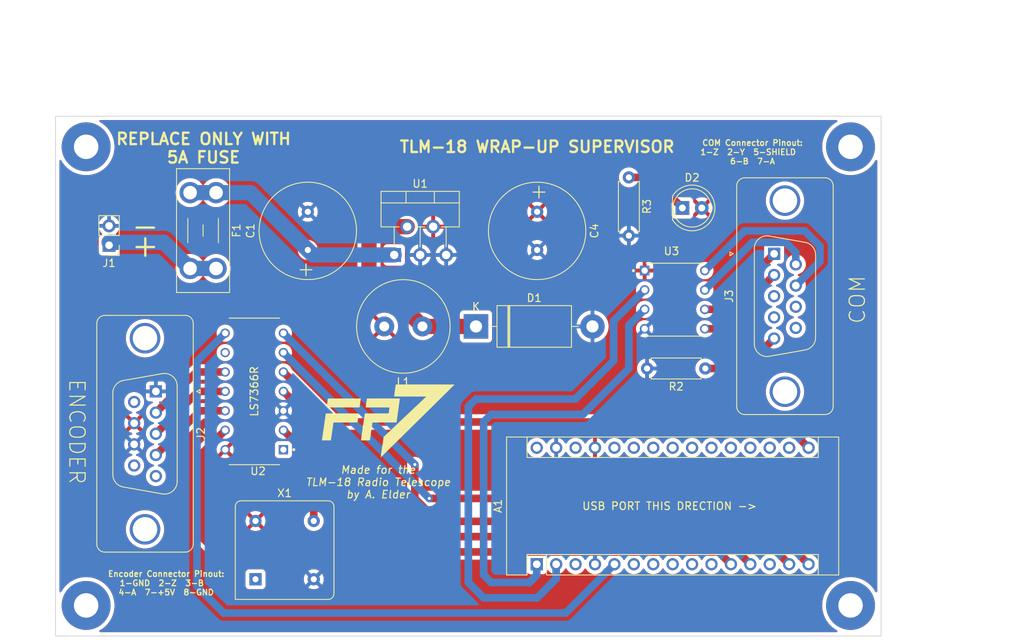
<source format=kicad_pcb>
(kicad_pcb (version 20211014) (generator pcbnew)
  (title_block (title "TLM-18 Wrap-Up Supervisor") (date "2022-06-18") (rev "A") (company "Freeport7.space"))
  (layers (0 "F.Cu" signal) (31 "B.Cu" signal) (34 "B.Paste" user) (35 "F.Paste" user) (36 "B.SilkS" user "B.Silkscreen") (37 "F.SilkS" user "F.Silkscreen") (38 "B.Mask" user) (39 "F.Mask" user) (44 "Edge.Cuts" user))
  (net 0 "")
  (net 1 "/TX")
  (net 2 "/RX")
  (net 4 "GND")
  (net 5 "/LFLAG")
  (net 11 "/CNT_EN")
  (net 12 "SS")
  (net 14 "MOSI")
  (net 15 "MISO")
  (net 16 "SCK")
  (net 27 "+5V")
  (net 30 "+VDC")
  (net 31 "Net-(F1-Pad2)")
  (net 32 "Net-(J3-Pad5)")
  (net 33 "Net-(D1-Pad1)")
  (net 34 "Net-(D2-Pad1)")
  (net 36 "/ENC_Z")
  (net 37 "/ENC_A")
  (net 40 "/ENC_B")
  (net 42 "/Z")
  (net 43 "/Y")
  (net 46 "Net-(U2-Pad2)")
  (net 47 "/B")
  (net 48 "/A")
  (footprint "TLM-18-Footprints:DIP762W45P254L1917H533Q14" (layer "F.Cu") (at 105 107 180)
    (fp_text reference "U2" (at -0.49 -10.435) (layer "F.SilkS"))
    (fp_text value "LS7366R" (at 0 0 90) (layer "F.SilkS"))
    (fp_line (start -3.3 9.5875) (end 3.3 9.5875) (layer "F.SilkS") (width 0.127))
    (fp_line (start -3.3 -9.5875) (end 3.3 -9.5875) (layer "F.SilkS") (width 0.127))
    (fp_circle (center -5.165 -7.62) (end -5.065 -7.62) (layer "F.SilkS") (width 0.2) (fill none))
    (pad "1" thru_hole rect locked (at -3.81 -7.62 180) (size 1.22 1.22) (drill 0.81) (layers *.Cu *.Mask))
    (pad "2" thru_hole circle locked (at -3.81 -5.08 180) (size 1.22 1.22) (drill 0.81) (layers *.Cu *.Mask) (net 46 "Net-(U2-Pad2)"))
    (pad "3" thru_hole circle locked (at -3.81 -2.54 180) (size 1.22 1.22) (drill 0.81) (layers *.Cu *.Mask) (net 4 "GND"))
    (pad "4" thru_hole circle locked (at -3.81 0 180) (size 1.22 1.22) (drill 0.81) (layers *.Cu *.Mask) (net 12 "SS"))
    (pad "5" thru_hole circle locked (at -3.81 2.54 180) (size 1.22 1.22) (drill 0.81) (layers *.Cu *.Mask) (net 16 "SCK"))
    (pad "6" thru_hole circle locked (at -3.81 5.08 180) (size 1.22 1.22) (drill 0.81) (layers *.Cu *.Mask) (net 15 "MISO"))
    (pad "7" thru_hole circle locked (at -3.81 7.62 180) (size 1.22 1.22) (drill 0.81) (layers *.Cu *.Mask) (net 14 "MOSI"))
    (pad "8" thru_hole circle locked (at 3.81 7.62 180) (size 1.22 1.22) (drill 0.81) (layers *.Cu *.Mask) (net 5 "/LFLAG"))
    (pad "9" thru_hole circle locked (at 3.81 5.08 180) (size 1.22 1.22) (drill 0.81) (layers *.Cu *.Mask))
    (pad "10" thru_hole circle locked (at 3.81 2.54 180) (size 1.22 1.22) (drill 0.81) (layers *.Cu *.Mask) (net 36 "/ENC_Z"))
    (pad "11" thru_hole circle locked (at 3.81 0 180) (size 1.22 1.22) (drill 0.81) (layers *.Cu *.Mask) (net 40 "/ENC_B"))
    (pad "12" thru_hole circle locked (at 3.81 -2.54 180) (size 1.22 1.22) (drill 0.81) (layers *.Cu *.Mask) (net 37 "/ENC_A"))
    (pad "13" thru_hole circle locked (at 3.81 -5.08 180) (size 1.22 1.22) (drill 0.81) (layers *.Cu *.Mask) (net 11 "/CNT_EN"))
    (pad "14" thru_hole circle locked (at 3.81 -7.62 180) (size 1.22 1.22) (drill 0.81) (layers *.Cu *.Mask) (net 27 "+5V"))
  )
  (footprint "Capacitor_THT:C_Radial_D12.5mm_H20.0mm_P5.00mm" (layer "F.Cu") (at 142 83.5 -90)
    (fp_text reference "C4" (at 2.5 -7.5 90) (layer "F.SilkS"))
    (fp_text value "680uF")
    (fp_circle (center 2.5 0) (end 8.87 0) (layer "F.SilkS") (width 0.12) (fill none))
    (pad "1" thru_hole circle (at 0 0 270) (size 1.6 1.6) (drill 0.8) (layers *.Cu *.Mask) (net 27 "+5V"))
    (pad "2" thru_hole circle (at 5 0 270) (size 1.6 1.6) (drill 0.8) (layers *.Cu *.Mask) (net 4 "GND"))
  )
  (footprint "Package_TO_SOT_THT:TO-220-5_P3.4x3.7mm_StaggerOdd_Lead3.8mm_Vertical" (layer "F.Cu") (at 123.3 89.15)
    (fp_text reference "U1" (at 3.4 -9.32) (layer "F.SilkS"))
    (fp_text value "LM2596T-5")
    (fp_line (start 5.25 -8.32) (end 5.25 -6.811) (layer "F.SilkS") (width 0.12))
    (fp_line (start -1.721 -8.32) (end 8.52 -8.32) (layer "F.SilkS") (width 0.12))
    (fp_line (start 3.4 -3.679) (end 3.4 -1.065) (layer "F.SilkS") (width 0.12))
    (fp_line (start 6.165 -3.679) (end 8.52 -3.679) (layer "F.SilkS") (width 0.12))
    (fp_line (start 6.8 -3.679) (end 6.8 -1.065) (layer "F.SilkS") (width 0.12))
    (fp_line (start -1.721 -8.32) (end -1.721 -3.679) (layer "F.SilkS") (width 0.12))
    (fp_line (start 0 -3.679) (end 0 -1.049) (layer "F.SilkS") (width 0.12))
    (fp_line (start -1.721 -6.811) (end 8.52 -6.811) (layer "F.SilkS") (width 0.12))
    (fp_line (start -1.721 -3.679) (end 0.635 -3.679) (layer "F.SilkS") (width 0.12))
    (fp_line (start 2.765 -3.679) (end 4.035 -3.679) (layer "F.SilkS") (width 0.12))
    (fp_line (start 1.55 -8.32) (end 1.55 -6.811) (layer "F.SilkS") (width 0.12))
    (fp_line (start 8.52 -8.32) (end 8.52 -3.679) (layer "F.SilkS") (width 0.12))
    (pad "1" thru_hole rect (at 0 0) (size 1.8 1.8) (drill 1.1) (layers *.Cu *.Mask) (net 30 "+VDC"))
    (pad "2" thru_hole oval (at 1.7 -3.7) (size 1.8 1.8) (drill 1.1) (layers *.Cu *.Mask) (net 33 "Net-(D1-Pad1)"))
    (pad "3" thru_hole oval (at 3.4 0) (size 1.8 1.8) (drill 1.1) (layers *.Cu *.Mask) (net 4 "GND"))
    (pad "4" thru_hole oval (at 5.1 -3.7) (size 1.8 1.8) (drill 1.1) (layers *.Cu *.Mask) (net 27 "+5V"))
    (pad "5" thru_hole oval (at 6.8 0) (size 1.8 1.8) (drill 1.1) (layers *.Cu *.Mask) (net 4 "GND"))
  )
  (footprint "Diode_THT:D_DO-201AD_P15.24mm_Horizontal" (layer "F.Cu") (at 134 98.5)
    (fp_text reference "D1" (at 7.62 -3.72) (layer "F.SilkS"))
    (fp_text value "31DQ05")
    (fp_text user "K" (at 0 -2.6) (layer "F.SilkS"))
    (fp_line (start 4.295 -2.72) (end 4.295 2.72) (layer "F.SilkS") (width 0.12))
    (fp_line (start 12.49 2.72) (end 12.49 -2.72) (layer "F.SilkS") (width 0.12))
    (fp_line (start 13.4 0) (end 12.49 0) (layer "F.SilkS") (width 0.12))
    (fp_line (start 1.84 0) (end 2.75 0) (layer "F.SilkS") (width 0.12))
    (fp_line (start 4.175 -2.72) (end 4.175 2.72) (layer "F.SilkS") (width 0.12))
    (fp_line (start 12.49 -2.72) (end 2.75 -2.72) (layer "F.SilkS") (width 0.12))
    (fp_line (start 4.415 -2.72) (end 4.415 2.72) (layer "F.SilkS") (width 0.12))
    (fp_line (start 2.75 2.72) (end 12.49 2.72) (layer "F.SilkS") (width 0.12))
    (fp_line (start 2.75 -2.72) (end 2.75 2.72) (layer "F.SilkS") (width 0.12))
    (pad "1" thru_hole rect (at 0 0) (size 3.2 3.2) (drill 1.6) (layers *.Cu *.Mask) (net 33 "Net-(D1-Pad1)"))
    (pad "2" thru_hole oval (at 15.24 0) (size 3.2 3.2) (drill 1.6) (layers *.Cu *.Mask) (net 4 "GND"))
  )
  (footprint "LOGO" (layer "F.Cu") (at 122.428 110.744)
    (fp_text reference "G***" hide)
    (fp_text value "LOGO" hide)
    (fp_poly (pts (xy -4.286971 -2.821488) (xy -4.133447 -2.821389) (xy -3.993889 -2.821239) (xy -3.869423 -2.821041) (xy -3.761175 -2.820794) (xy -3.670272 -2.820501) (xy -3.59784 -2.820161) (xy -3.545006 -2.819776) (xy -3.512896 -2.819347) (xy -3.502649 -2.818924) (xy -3.500969 -2.807217) (xy -3.50281 -2.774532) (xy -3.508202 -2.720621) (xy -3.517175 -2.645234) (xy -3.529759 -2.548122) (xy -3.545984 -2.429037) (xy -3.56588 -2.287729) (xy -3.573713 -2.233003) (xy -3.589861 -2.120595) (xy -3.604994 -2.015237) (xy -3.618808 -1.919057) (xy -3.630997 -1.834183) (xy -3.641256 -1.762741) (xy -3.649279 -1.706861) (xy -3.65476 -1.668669) (xy -3.657394 -1.650292) (xy -3.657586 -1.648942) (xy -3.668871 -1.64865) (xy -3.701903 -1.648367) (xy -3.755568 -1.648093) (xy -3.828751 -1.64783) (xy -3.920337 -1.64758) (xy -4.029211 -1.647343) (xy -4.15426 -1.647123) (xy -4.294367 -1.64692) (xy -4.448418 -1.646735) (xy -4.615299 -1.64657) (xy -4.793894 -1.646427) (xy -4.983089 -1.646306) (xy -5.18177 -1.646211) (xy -5.38882 -1.646141) (xy -5.603126 -1.646098) (xy -5.813437 -1.646085) (xy -7.968908 -1.646085) (xy -7.961656 -1.694667) (xy -7.958592 -1.715687) (xy -7.952654 -1.756868) (xy -7.944197 -1.815739) (xy -7.933574 -1.889827) (xy -7.921141 -1.976662) (xy -7.907251 -2.07377) (xy -7.892258 -2.178681) (xy -7.877718 -2.280513) (xy -7.80103 -2.817777) (xy -5.658053 -2.820709) (xy -5.43831 -2.820985) (xy -5.224648 -2.821205) (xy -5.018193 -2.821369) (xy -4.820071 -2.821478) (xy -4.631409 -2.821534) (xy -4.453334 -2.821537)) (layer "F.SilkS") (width 0) (fill solid))
    (fp_poly (pts (xy -0.273102 -2.823465) (xy -0.025267 -2.823381) (xy 0.201346 -2.823234) (xy 0.407556 -2.823018) (xy 0.594184 -2.822728) (xy 0.76205 -2.82236) (xy 0.911973 -2.821906) (xy 1.044773 -2.821363) (xy 1.161271 -2.820724) (xy 1.262286 -2.819984) (xy 1.348638 -2.819137) (xy 1.421148 -2.818179) (xy 1.480634 -2.817104) (xy 1.527918 -2.815905) (xy 1.563819 -2.814579) (xy 1.589156 -2.813119) (xy 1.604751 -2.81152) (xy 1.611422 -2.809776) (xy 1.611807 -2.809203) (xy 1.61027 -2.796115) (xy 1.605802 -2.761977) (xy 1.598624 -2.708384) (xy 1.588956 -2.636928) (xy 1.577019 -2.549205) (xy 1.563032 -2.446808) (xy 1.547217 -2.331333) (xy 1.529793 -2.204371) (xy 1.510982 -2.067519) (xy 1.491004 -1.92237) (xy 1.470078 -1.770518) (xy 1.448426 -1.613557) (xy 1.426268 -1.453081) (xy 1.403825 -1.290685) (xy 1.381316 -1.127962) (xy 1.358963 -0.966507) (xy 1.336985 -0.807914) (xy 1.315604 -0.653777) (xy 1.295039 -0.50569) (xy 1.275511 -0.365247) (xy 1.257241 -0.234042) (xy 1.240449 -0.11367) (xy 1.225356 -0.005724) (xy 1.212181 0.088201) (xy 1.201145 0.166512) (xy 1.192469 0.227613) (xy 1.186374 0.269912) (xy 1.183079 0.291814) (xy 1.182631 0.294352) (xy 1.176972 0.320072) (xy -0.394592 0.320072) (xy -0.598657 0.320145) (xy -0.792751 0.32036) (xy -0.975811 0.320709) (xy -1.146777 0.321186) (xy -1.304585 0.321784) (xy -1.448174 0.322495) (xy -1.576482 0.323314) (xy -1.688446 0.324233) (xy -1.783005 0.325245) (xy -1.859096 0.326344) (xy -1.915657 0.327522) (xy -1.951626 0.328772) (xy -1.965941 0.330089) (xy -1.966157 0.330275) (xy -1.967753 0.342773) (xy -1.972397 0.37638) (xy -1.979872 0.429576) (xy -1.989962 0.500842) (xy -2.002448 0.588657) (xy -2.017115 0.691503) (xy -2.033745 0.807859) (xy -2.052122 0.936207) (xy -2.072028 1.075027) (xy -2.093248 1.2228) (xy -2.115563 1.378005) (xy -2.131908 1.491568) (xy -2.154869 1.651122) (xy -2.176887 1.804322) (xy -2.197746 1.94965) (xy -2.217229 2.085583) (xy -2.235118 2.210604) (xy -2.251198 2.323192) (xy -2.265251 2.421827) (xy -2.27706 2.504989) (xy -2.286408 2.571159) (xy -2.293079 2.618816) (xy -2.296855 2.646441) (xy -2.29766 2.653057) (xy -2.308816 2.655263) (xy -2.341186 2.657268) (xy -2.393122 2.659043) (xy -2.462975 2.66056) (xy -2.549098 2.661789) (xy -2.649843 2.6627) (xy -2.763562 2.663266) (xy -2.886364 2.663456) (xy -3.021402 2.66336) (xy -3.135197 2.663045) (xy -3.229365 2.662469) (xy -3.305525 2.661592) (xy -3.365294 2.660372) (xy -3.41029 2.658769) (xy -3.44213 2.656742) (xy -3.462433 2.654249) (xy -3.472815 2.65125) (xy -3.475068 2.648545) (xy -3.473479 2.635981) (xy -3.468854 2.602288) (xy -3.461409 2.548963) (xy -3.451357 2.477507) (xy -3.438913 2.389418) (xy -3.424291 2.286198) (xy -3.407705 2.169344) (xy -3.389371 2.040357) (xy -3.369502 1.900736) (xy -3.348313 1.751981) (xy -3.326018 1.595592) (xy -3.302831 1.433067) (xy -3.278968 1.265907) (xy -3.254641 1.09561) (xy -3.230067 0.923677) (xy -3.205458 0.751607) (xy -3.18103 0.5809) (xy -3.156997 0.413055) (xy -3.133574 0.249571) (xy -3.110974 0.091949) (xy -3.089412 -0.058313) (xy -3.069102 -0.199714) (xy -3.050259 -0.330756) (xy -3.033098 -0.449938) (xy -3.017832 -0.555761) (xy -3.004676 -0.646726) (xy -2.993845 -0.721332) (xy -2.985552 -0.778081) (xy -2.980012 -0.815473) (xy -2.97751 -0.831616) (xy -2.971062 -0.868767) (xy 0.147204 -0.868767) (xy 0.154283 -0.917349) (xy 0.15773 -0.941) (xy 0.163987 -0.983923) (xy 0.172565 -1.042769) (xy 0.182976 -1.114186) (xy 0.194732 -1.194825) (xy 0.207343 -1.281335) (xy 0.210123 -1.300404) (xy 0.222259 -1.385083) (xy 0.232919 -1.462255) (xy 0.24174 -1.529074) (xy 0.248364 -1.582696) (xy 0.252428 -1.620276) (xy 0.253571 -1.638968) (xy 0.253279 -1.64048) (xy 0.241385 -1.641153) (xy 0.207947 -1.641803) (xy 0.154287 -1.642426) (xy 0.081722 -1.643015) (xy -0.008427 -1.643568) (xy -0.114841 -1.644078) (xy -0.236201 -1.644541) (xy -0.371186 -1.644953) (xy -0.518479 -1.645309) (xy -0.676759 -1.645603) (xy -0.844706 -1.645832) (xy -1.021002 -1.64599) (xy -1.204327 -1.646073) (xy -1.305056 -1.646085) (xy -1.524776 -1.646094) (xy -1.722763 -1.646131) (xy -1.900146 -1.646213) (xy -2.058055 -1.646352) (xy -2.197619 -1.646565) (xy -2.319967 -1.646867) (xy -2.426229 -1.647272) (xy -2.517535 -1.647796) (xy -2.595012 -1.648453) (xy -2.659791 -1.649259) (xy -2.713001 -1.650229) (xy -2.755771 -1.651377) (xy -2.789231 -1.652719) (xy -2.81451 -1.65427) (xy -2.832738 -1.656044) (xy -2.845042 -1.658058) (xy -2.852554 -1.660324) (xy -2.856402 -1.66286) (xy -2.857716 -1.66568) (xy -2.857786 -1.666737) (xy -2.856205 -1.681864) (xy -2.851669 -1.717356) (xy -2.844491 -1.770951) (xy -2.834984 -1.840385) (xy -2.82346 -1.923395) (xy -2.810231 -2.01772) (xy -2.79561 -2.121097) (xy -2.779909 -2.231262) (xy -2.777768 -2.24622) (xy -2.761982 -2.356647) (xy -2.747229 -2.460198) (xy -2.73382 -2.55467) (xy -2.722064 -2.63786) (xy -2.712273 -2.707565) (xy -2.704756 -2.761581) (xy -2.699824 -2.797706) (xy -2.697787 -2.813735) (xy -2.69775 -2.814271) (xy -2.686505 -2.815213) (xy -2.653512 -2.816129) (xy -2.599886 -2.817013) (xy -2.526742 -2.817861) (xy -2.435194 -2.818669) (xy -2.326358 -2.819431) (xy -2.201347 -2.820142) (xy -2.061277 -2.820798) (xy -1.907262 -2.821395) (xy -1.740417 -2.821927) (xy -1.561857 -2.822389) (xy -1.372696 -2.822777) (xy -1.174048 -2.823086) (xy -0.96703 -2.823312) (xy -0.752755 -2.823449) (xy -0.54298 -2.823492)) (layer "F.SilkS") (width 0) (fill solid))
    (fp_poly (pts (xy -5.655162 -0.868761) (xy -5.416253 -0.868736) (xy -5.198288 -0.868684) (xy -5.000309 -0.868594) (xy -4.821357 -0.868459) (xy -4.660473 -0.868268) (xy -4.5167 -0.868013) (xy -4.389077 -0.867685) (xy -4.276646 -0.867273) (xy -4.178448 -0.86677) (xy -4.093525 -0.866165) (xy -4.020917 -0.86545) (xy -3.959666 -0.864615) (xy -3.908814 -0.863652) (xy -3.867401 -0.86255) (xy -3.834468 -0.861302) (xy -3.809058 -0.859897) (xy -3.79021 -0.858326) (xy -3.776966 -0.856581) (xy -3.768368 -0.854652) (xy -3.763457 -0.85253) (xy -3.761274 -0.850206) (xy -3.760846 -0.848114) (xy -3.762432 -0.832305) (xy -3.766935 -0.796731) (xy -3.773976 -0.744044) (xy -3.783174 -0.676896) (xy -3.79415 -0.597936) (xy -3.806524 -0.509818) (xy -3.819916 -0.415191) (xy -3.833945 -0.316707) (xy -3.848233 -0.217018) (xy -3.862398 -0.118774) (xy -3.876061 -0.024626) (xy -3.888842 0.062773) (xy -3.900361 0.140773) (xy -3.910239 0.206723) (xy -3.918094 0.257971) (xy -3.923547 0.291866) (xy -3.926213 0.305743) (xy -3.931283 0.307834) (xy -3.945483 0.309743) (xy -3.969763 0.311481) (xy -4.005073 0.313057) (xy -4.052364 0.314481) (xy -4.112585 0.315765) (xy -4.186686 0.316918) (xy -4.275618 0.31795) (xy -4.380329 0.318873) (xy -4.501771 0.319697) (xy -4.640893 0.320431) (xy -4.798646 0.321087) (xy -4.975978 0.321674) (xy -5.173841 0.322202) (xy -5.393184 0.322683) (xy -5.500318 0.322889) (xy -7.069071 0.325788) (xy -7.237524 1.491764) (xy -7.260702 1.652176) (xy -7.282951 1.806115) (xy -7.304052 1.952084) (xy -7.323791 2.088587) (xy -7.341949 2.214127) (xy -7.358312 2.327207) (xy -7.372661 2.426329) (xy -7.38478 2.509997) (xy -7.394454 2.576715) (xy -7.401464 2.624984) (xy -7.405594 2.653308) (xy -7.406679 2.660599) (xy -7.417893 2.66115) (xy -7.449835 2.661666) (xy -7.500368 2.662137) (xy -7.567359 2.662552) (xy -7.648672 2.662902) (xy -7.742172 2.663175) (xy -7.845725 2.663361) (xy -7.957194 2.66345) (xy -7.996603 2.663456) (xy -8.585825 2.663456) (xy -8.579271 2.626305) (xy -8.576925 2.610904) (xy -8.571523 2.574137) (xy -8.563249 2.517272) (xy -8.552284 2.441574) (xy -8.538812 2.348311) (xy -8.523013 2.238748) (xy -8.50507 2.114153) (xy -8.485166 1.975792) (xy -8.463482 1.82493) (xy -8.440202 1.662836) (xy -8.415507 1.490776) (xy -8.389579 1.310015) (xy -8.362602 1.121821) (xy -8.334756 0.92746) (xy -8.327169 0.874483) (xy -8.299171 0.679116) (xy -8.272005 0.489843) (xy -8.245853 0.30791) (xy -8.220894 0.134559) (xy -8.197309 -0.028963) (xy -8.175279 -0.181413) (xy -8.154984 -0.321545) (xy -8.136605 -0.448117) (xy -8.120323 -0.559882) (xy -8.106317 -0.655597) (xy -8.094768 -0.734017) (xy -8.085858 -0.793897) (xy -8.079766 -0.833993) (xy -8.076673 -0.853061) (xy -8.076363 -0.854478) (xy -8.071598 -0.856269) (xy -8.058128 -0.857914) (xy -8.035135 -0.859418) (xy -8.001798 -0.860787) (xy -7.957296 -0.862026) (xy -7.90081 -0.86314) (xy -7.83152 -0.864135) (xy -7.748606 -0.865016) (xy -7.651247 -0.865789) (xy -7.538624 -0.866459) (xy -7.409916 -0.867031) (xy -7.264304 -0.867512) (xy -7.100967 -0.867905) (xy -6.919085 -0.868218) (xy -6.717839 -0.868455) (xy -6.496407 -0.868621) (xy -6.253971 -0.868723) (xy -5.98971 -0.868765) (xy -5.915976 -0.868767)) (layer "F.SilkS") (width 0) (fill solid))
    (fp_poly (pts (xy 5.071356 -4.652287) (xy 5.327647 -4.652244) (xy 5.582361 -4.652165) (xy 5.834483 -4.652049) (xy 6.082993 -4.651898) (xy 6.326877 -4.651709) (xy 6.565114 -4.651485) (xy 6.79669 -4.651224) (xy 7.020586 -4.650927) (xy 7.235784 -4.650594) (xy 7.441268 -4.650225) (xy 7.636021 -4.649819) (xy 7.819024 -4.649377) (xy 7.989261 -4.6489) (xy 8.145715 -4.648386) (xy 8.287367 -4.647835) (xy 8.413201 -4.647249) (xy 8.5222 -4.646627) (xy 8.613345 -4.645969) (xy 8.685621 -4.645275) (xy 8.738008 -4.644544) (xy 8.769491 -4.643778) (xy 8.779118 -4.643038) (xy 8.771064 -4.634681) (xy 8.747257 -4.610801) (xy 8.708228 -4.571924) (xy 8.654508 -4.518572) (xy 8.58663 -4.451271) (xy 8.505124 -4.370545) (xy 8.410523 -4.276917) (xy 8.303356 -4.170912) (xy 8.184157 -4.053055) (xy 8.053455 -3.923869) (xy 7.911784 -3.783879) (xy 7.759674 -3.633608) (xy 7.597656 -3.473582) (xy 7.426263 -3.304325) (xy 7.246025 -3.12636) (xy 7.057474 -2.940211) (xy 6.861142 -2.746404) (xy 6.65756 -2.545462) (xy 6.447259 -2.33791) (xy 6.230771 -2.124271) (xy 6.008627 -1.90507) (xy 5.781359 -1.680831) (xy 5.549499 -1.452079) (xy 5.313576 -1.219337) (xy 5.074125 -0.983131) (xy 4.831674 -0.743983) (xy 4.586757 -0.502418) (xy 4.339904 -0.258962) (xy 4.091647 -0.014136) (xy 3.842518 0.231533) (xy 3.593047 0.477522) (xy 3.343767 0.723307) (xy 3.095208 0.968363) (xy 2.847903 1.212166) (xy 2.602382 1.454192) (xy 2.359177 1.693917) (xy 2.11882 1.930817) (xy 1.881842 2.164366) (xy 1.648775 2.394042) (xy 1.420149 2.619319) (xy 1.196497 2.839674) (xy 0.97835 3.054583) (xy 0.766238 3.26352) (xy 0.560695 3.465963) (xy 0.362251 3.661386) (xy 0.171437 3.849266) (xy -0.011214 4.029078) (xy -0.185172 4.200298) (xy -0.349905 4.362402) (xy -0.504881 4.514865) (xy -0.579241 4.588003) (xy -0.649927 4.657136) (xy -0.71531 4.720341) (xy -0.773669 4.77601) (xy -0.823286 4.822536) (xy -0.86244 4.858312) (xy -0.889412 4.881732) (xy -0.902482 4.891189) (xy -0.903453 4.890928) (xy -0.90186 4.877822) (xy -0.897116 4.843517) (xy -0.889427 4.789428) (xy -0.879001 4.716969) (xy -0.866043 4.627556) (xy -0.850761 4.522604) (xy -0.83336 4.403528) (xy -0.814049 4.271744) (xy -0.793033 4.128665) (xy -0.770519 3.975707) (xy -0.746713 3.814286) (xy -0.721823 3.645815) (xy -0.706266 3.540668) (xy -0.508686 2.205954) (xy 5.068602 -3.069262) (xy 2.962969 -3.07215) (xy 2.705494 -3.072507) (xy 2.469909 -3.072847) (xy 2.255242 -3.073182) (xy 2.060521 -3.073524) (xy 1.884773 -3.073885) (xy 1.727025 -3.074276) (xy 1.586307 -3.074708) (xy 1.461645 -3.075194) (xy 1.352067 -3.075744) (xy 1.2566 -3.07637) (xy 1.174274 -3.077085) (xy 1.104115 -3.077899) (xy 1.045151 -3.078825) (xy 0.996409 -3.079873) (xy 0.956919 -3.081055) (xy 0.925706 -3.082384) (xy 0.9018 -3.08387) (xy 0.884227 -3.085525) (xy 0.872016 -3.087361) (xy 0.864195 -3.089389) (xy 0.85979 -3.091621) (xy 0.85783 -3.094069) (xy 0.857342 -3.096744) (xy 0.857335 -3.097261) (xy 0.858934 -3.1132) (xy 0.863511 -3.149154) (xy 0.87074 -3.202864) (xy 0.880292 -3.272071) (xy 0.891839 -3.354514) (xy 0.905054 -3.447936) (xy 0.91961 -3.550076) (xy 0.935177 -3.658674) (xy 0.95143 -3.771473) (xy 0.968039 -3.886211) (xy 0.984678 -4.000629) (xy 1.001018 -4.112469) (xy 1.016732 -4.219471) (xy 1.031492 -4.319374) (xy 1.04497 -4.409921) (xy 1.056839 -4.48885) (xy 1.066771 -4.553904) (xy 1.074438 -4.602822) (xy 1.079512 -4.633346) (xy 1.08157 -4.643191) (xy 1.093325 -4.64399) (xy 1.126903 -4.644752) (xy 1.181286 -4.645477) (xy 1.255457 -4.646166) (xy 1.348399 -4.646818) (xy 1.459093 -4.647433) (xy 1.586524 -4.648011) (xy 1.729673 -4.648553) (xy 1.887523 -4.649058) (xy 2.059057 -4.649526) (xy 2.243258 -4.649958) (xy 2.439108 -4.650353) (xy 2.645589 -4.650711) (xy 2.861686 -4.651033) (xy 3.08638 -4.651319) (xy 3.318654 -4.651567) (xy 3.55749 -4.651779) (xy 3.801872 -4.651955) (xy 4.050782 -4.652094) (xy 4.303203 -4.652197) (xy 4.558117 -4.652264) (xy 4.814507 -4.652294)) (layer "F.SilkS") (width 0) (fill solid))
  )
  (footprint "Resistor_THT:R_Axial_DIN0207_L6.3mm_D2.5mm_P7.62mm_Horizontal" (layer "F.Cu") (at 164 104 180)
    (fp_text reference "R2" (at 3.81 -2.37) (layer "F.SilkS"))
    (fp_text value "10k")
    (fp_line (start 0.54 1.37) (end 7.08 1.37) (layer "F.SilkS") (width 0.12))
    (fp_line (start 0.54 -1.37) (end 7.08 -1.37) (layer "F.SilkS") (width 0.12))
    (fp_line (start 0.54 -1.04) (end 0.54 -1.37) (layer "F.SilkS") (width 0.12))
    (fp_line (start 0.54 1.04) (end 0.54 1.37) (layer "F.SilkS") (width 0.12))
    (fp_line (start 7.08 1.37) (end 7.08 1.04) (layer "F.SilkS") (width 0.12))
    (fp_line (start 7.08 -1.37) (end 7.08 -1.04) (layer "F.SilkS") (width 0.12))
    (pad "1" thru_hole circle (at 0 0 180) (size 1.6 1.6) (drill 0.8) (layers *.Cu *.Mask) (net 32 "Net-(J3-Pad5)"))
    (pad "2" thru_hole oval (at 7.62 0 180) (size 1.6 1.6) (drill 0.8) (layers *.Cu *.Mask) (net 4 "GND"))
  )
  (footprint "Resistor_THT:R_Axial_DIN0207_L6.3mm_D2.5mm_P7.62mm_Horizontal" (layer "F.Cu") (at 154 79 -90)
    (fp_text reference "R3" (at 3.81 -2.37 90) (layer "F.SilkS"))
    (fp_text value "220R")
    (fp_line (start 0.54 1.04) (end 0.54 1.37) (layer "F.SilkS") (width 0.12))
    (fp_line (start 7.08 1.37) (end 7.08 1.04) (layer "F.SilkS") (width 0.12))
    (fp_line (start 7.08 -1.37) (end 7.08 -1.04) (layer "F.SilkS") (width 0.12))
    (fp_line (start 0.54 -1.04) (end 0.54 -1.37) (layer "F.SilkS") (width 0.12))
    (fp_line (start 0.54 -1.37) (end 7.08 -1.37) (layer "F.SilkS") (width 0.12))
    (fp_line (start 0.54 1.37) (end 7.08 1.37) (layer "F.SilkS") (width 0.12))
    (pad "1" thru_hole circle (at 0 0 270) (size 1.6 1.6) (drill 0.8) (layers *.Cu *.Mask) (net 34 "Net-(D2-Pad1)"))
    (pad "2" thru_hole oval (at 7.62 0 270) (size 1.6 1.6) (drill 0.8) (layers *.Cu *.Mask) (net 4 "GND"))
  )
  (footprint "Module:Arduino_Nano" (layer "F.Cu") (at 141.95 129.61 90)
    (fp_text reference "A1" (at 7.62 -5.08 90) (layer "F.SilkS"))
    (fp_text value "Arduino_Nano_v3.x")
    (fp_line (start 16.64 -3.94) (end -1.4 -3.94) (layer "F.SilkS") (width 0.12))
    (fp_line (start 1.27 1.27) (end 1.27 -1.27) (layer "F.SilkS") (width 0.12))
    (fp_line (start -1.4 39.5) (end 16.64 39.5) (layer "F.SilkS") (width 0.12))
    (fp_line (start 16.64 39.5) (end 16.64 -3.94) (layer "F.SilkS") (width 0.12))
    (fp_line (start 1.27 1.27) (end -1.4 1.27) (layer "F.SilkS") (width 0.12))
    (fp_line (start 13.97 -1.27) (end 16.64 -1.27) (layer "F.SilkS") (width 0.12))
    (fp_line (start 13.97 36.83) (end 16.64 36.83) (layer "F.SilkS") (width 0.12))
    (fp_line (start 1.27 36.83) (end -1.4 36.83) (layer "F.SilkS") (width 0.12))
    (fp_line (start 1.27 -1.27) (end -1.4 -1.27) (layer "F.SilkS") (width 0.12))
    (fp_line (start 1.27 1.27) (end 1.27 36.83) (layer "F.SilkS") (width 0.12))
    (fp_line (start -1.4 -3.94) (end -1.4 -1.27) (layer "F.SilkS") (width 0.12))
    (fp_line (start -1.4 1.27) (end -1.4 39.5) (layer "F.SilkS") (width 0.12))
    (fp_line (start 13.97 -1.27) (end 13.97 36.83) (layer "F.SilkS") (width 0.12))
    (pad "1" thru_hole rect (at 0 0 90) (size 1.6 1.6) (drill 1) (layers *.Cu *.Mask) (net 1 "/TX"))
    (pad "2" thru_hole oval (at 0 2.54 90) (size 1.6 1.6) (drill 1) (layers *.Cu *.Mask) (net 2 "/RX"))
    (pad "3" thru_hole oval (at 0 5.08 90) (size 1.6 1.6) (drill 1) (layers *.Cu *.Mask))
    (pad "4" thru_hole oval (at 0 7.62 90) (size 1.6 1.6) (drill 1) (layers *.Cu *.Mask) (net 4 "GND"))
    (pad "5" thru_hole oval (at 0 10.16 90) (size 1.6 1.6) (drill 1) (layers *.Cu *.Mask) (net 5 "/LFLAG"))
    (pad "6" thru_hole oval (at 0 12.7 90) (size 1.6 1.6) (drill 1) (layers *.Cu *.Mask))
    (pad "7" thru_hole oval (at 0 15.24 90) (size 1.6 1.6) (drill 1) (layers *.Cu *.Mask))
    (pad "8" thru_hole oval (at 0 17.78 90) (size 1.6 1.6) (drill 1) (layers *.Cu *.Mask))
    (pad "9" thru_hole oval (at 0 20.32 90) (size 1.6 1.6) (drill 1) (layers *.Cu *.Mask))
    (pad "10" thru_hole oval (at 0 22.86 90) (size 1.6 1.6) (drill 1) (layers *.Cu *.Mask))
    (pad "11" thru_hole oval (at 0 25.4 90) (size 1.6 1.6) (drill 1) (layers *.Cu *.Mask) (net 11 "/CNT_EN"))
    (pad "12" thru_hole oval (at 0 27.94 90) (size 1.6 1.6) (drill 1) (layers *.Cu *.Mask) (net 12 "SS"))
    (pad "13" thru_hole oval (at 0 30.48 90) (size 1.6 1.6) (drill 1) (layers *.Cu *.Mask))
    (pad "14" thru_hole oval (at 0 33.02 90) (size 1.6 1.6) (drill 1) (layers *.Cu *.Mask) (net 14 "MOSI"))
    (pad "15" thru_hole oval (at 0 35.56 90) (size 1.6 1.6) (drill 1) (layers *.Cu *.Mask) (net 15 "MISO"))
    (pad "16" thru_hole oval (at 15.24 35.56 90) (size 1.6 1.6) (drill 1) (layers *.Cu *.Mask) (net 16 "SCK"))
    (pad "17" thru_hole oval (at 15.24 33.02 90) (size 1.6 1.6) (drill 1) (layers *.Cu *.Mask))
    (pad "18" thru_hole oval (at 15.24 30.48 90) (size 1.6 1.6) (drill 1) (layers *.Cu *.Mask))
    (pad "19" thru_hole oval (at 15.24 27.94 90) (size 1.6 1.6) (drill 1) (layers *.Cu *.Mask))
    (pad "20" thru_hole oval (at 15.24 25.4 90) (size 1.6 1.6) (drill 1) (layers *.Cu *.Mask))
    (pad "21" thru_hole oval (at 15.24 22.86 90) (size 1.6 1.6) (drill 1) (layers *.Cu *.Mask))
    (pad "22" thru_hole oval (at 15.24 20.32 90) (size 1.6 1.6) (drill 1) (layers *.Cu *.Mask))
    (pad "23" thru_hole oval (at 15.24 17.78 90) (size 1.6 1.6) (drill 1) (layers *.Cu *.Mask))
    (pad "24" thru_hole oval (at 15.24 15.24 90) (size 1.6 1.6) (drill 1) (layers *.Cu *.Mask))
    (pad "25" thru_hole oval (at 15.24 12.7 90) (size 1.6 1.6) (drill 1) (layers *.Cu *.Mask))
    (pad "26" thru_hole oval (at 15.24 10.16 90) (size 1.6 1.6) (drill 1) (layers *.Cu *.Mask))
    (pad "27" thru_hole oval (at 15.24 7.62 90) (size 1.6 1.6) (drill 1) (layers *.Cu *.Mask) (net 27 "+5V"))
    (pad "28" thru_hole oval (at 15.24 5.08 90) (size 1.6 1.6) (drill 1) (layers *.Cu *.Mask))
    (pad "29" thru_hole oval (at 15.24 2.54 90) (size 1.6 1.6) (drill 1) (layers *.Cu *.Mask) (net 4 "GND"))
    (pad "30" thru_hole oval (at 15.24 0 90) (size 1.6 1.6) (drill 1) (layers *.Cu *.Mask))
  )
  (footprint "Connector_Dsub:DSUB-9_Male_Vertical_P2.77x2.84mm_MountingHoles" (layer "F.Cu") (at 92.122331 107 -90)
    (fp_text reference "J2" (at 5.54 -5.89 90) (layer "F.SilkS"))
    (fp_text value "DB9_Male")
    (fp_line (start -9.945 6.67) (end -9.945 -3.83) (layer "F.SilkS") (width 0.12))
    (fp_line (start -0.691689 -2.79) (end 11.771689 -2.79) (layer "F.SilkS") (width 0.12))
    (fp_line (start -8.885 -4.89) (end 19.965 -4.89) (layer "F.SilkS") (width 0.12))
    (fp_line (start -2.32647 -0.841744) (end -1.427202 4.258256) (layer "F.SilkS") (width 0.12))
    (fp_line (start 21.025 -3.83) (end 21.025 6.67) (layer "F.SilkS") (width 0.12))
    (fp_line (start 0.25 -5.784338) (end 0 -5.351325) (layer "F.SilkS") (width 0.12))
    (fp_line (start 0.207579 5.63) (end 10.872421 5.63) (layer "F.SilkS") (width 0.12))
    (fp_line (start 0 -5.351325) (end -0.25 -5.784338) (layer "F.SilkS") (width 0.12))
    (fp_line (start -0.25 -5.784338) (end 0.25 -5.784338) (layer "F.SilkS") (width 0.12))
    (fp_line (start 13.40647 -0.841744) (end 12.507202 4.258256) (layer "F.SilkS") (width 0.12))
    (fp_line (start 19.965 7.73) (end -8.885 7.73) (layer "F.SilkS") (width 0.12))
    (fp_arc (start 0.207579 5.63) (mid -0.859448 5.241633) (end -1.427202 4.258256) (layer "F.SilkS") (width 0.12))
    (fp_arc (start -2.32647 -0.841744) (mid -1.963323 -2.197028) (end -0.691689 -2.79) (layer "F.SilkS") (width 0.12))
    (fp_arc (start -8.885 7.73) (mid -9.634533 7.419533) (end -9.945 6.67) (layer "F.SilkS") (width 0.12))
    (fp_arc (start -9.945 -3.83) (mid -9.634533 -4.579533) (end -8.885 -4.89) (layer "F.SilkS") (width 0.12))
    (fp_arc (start 11.771689 -2.79) (mid 13.043331 -2.197031) (end 13.40647 -0.841744) (layer "F.SilkS") (width 0.12))
    (fp_arc (start 21.025 6.67) (mid 20.714533 7.419533) (end 19.965 7.73) (layer "F.SilkS") (width 0.12))
    (fp_arc (start 19.965 -4.89) (mid 20.714533 -4.579533) (end 21.025 -3.83) (layer "F.SilkS") (width 0.12))
    (fp_arc (start 12.507202 4.258256) (mid 11.939449 5.241634) (end 10.872421 5.63) (layer "F.SilkS") (width 0.12))
    (pad "0" thru_hole circle (at 18.04 1.42 270) (size 4 4) (drill 3.2) (layers *.Cu *.Mask))
    (pad "0" thru_hole circle (at -6.96 1.42 270) (size 4 4) (drill 3.2) (layers *.Cu *.Mask))
    (pad "1" thru_hole rect (at 0 0 270) (size 1.6 1.6) (drill 1) (layers *.Cu *.Mask) (net 4 "GND"))
    (pad "2" thru_hole circle (at 2.77 0 270) (size 1.6 1.6) (drill 1) (layers *.Cu *.Mask) (net 36 "/ENC_Z"))
    (pad "3" thru_hole circle (at 5.54 0 270) (size 1.6 1.6) (drill 1) (layers *.Cu *.Mask) (net 40 "/ENC_B"))
    (pad "4" thru_hole circle (at 8.31 0 270) (size 1.6 1.6) (drill 1) (layers *.Cu *.Mask) (net 37 "/ENC_A"))
    (pad "5" thru_hole circle (at 11.08 0 270) (size 1.6 1.6) (drill 1) (layers *.Cu *.Mask))
    (pad "6" thru_hole circle (at 1.385 2.84 270) (size 1.6 1.6) (drill 1) (layers *.Cu *.Mask))
    (pad "7" thru_hole circle (at 4.155 2.84 270) (size 1.6 1.6) (drill 1) (layers *.Cu *.Mask) (net 27 "+5V"))
    (pad "8" thru_hole circle (at 6.925 2.84 270) (size 1.6 1.6) (drill 1) (layers *.Cu *.Mask) (net 4 "GND"))
    (pad "9" thru_hole circle (at 9.695 2.84 270) (size 1.6 1.6) (drill 1) (layers *.Cu *.Mask))
  )
  (footprint "Fuse:Fuseholder_Blade_Mini_Keystone_3568" (layer "F.Cu") (at 100 81 -90)
    (fp_text reference "F1" (at 4.96 -2.67 90) (layer "F.SilkS"))
    (fp_text value "Fuse")
    (fp_line (start 13.06 5.17) (end 13.06 -1.77) (layer "F.SilkS") (width 0.12))
    (fp_line (start -3.14 5.17) (end 13.06 5.17) (layer "F.SilkS") (width 0.12))
    (fp_line (start -3.14 -1.77) (end -3.14 5.17) (layer "F.SilkS") (width 0.12))
    (fp_line (start 4.21 1.7) (end 5.71 1.7) (layer "F.SilkS") (width 0.12))
    (fp_line (start 3.36 -0.3) (end 6.56 -0.3) (layer "F.SilkS") (width 0.12))
    (fp_line (start 13.06 -1.77) (end -3.14 -1.77) (layer "F.SilkS") (width 0.12))
    (fp_line (start 6.56 3.7) (end 3.36 3.7) (layer "F.SilkS") (width 0.12))
    (pad "1" thru_hole circle (at 0 0 270) (size 2.78 2.78) (drill 1.78) (layers *.Cu *.Mask) (net 30 "+VDC"))
    (pad "1" thru_hole circle (at 0 3.4 270) (size 2.78 2.78) (drill 1.78) (layers *.Cu *.Mask) (net 30 "+VDC"))
    (pad "2" thru_hole circle (at 9.92 0 270) (size 2.78 2.78) (drill 1.78) (layers *.Cu *.Mask) (net 31 "Net-(F1-Pad2)"))
    (pad "2" thru_hole circle (at 9.92 3.4 270) (size 2.78 2.78) (drill 1.78) (layers *.Cu *.Mask) (net 31 "Net-(F1-Pad2)"))
  )
  (footprint "Capacitor_THT:C_Radial_D12.5mm_H20.0mm_P5.00mm" (layer "F.Cu") (at 112 88.5 90)
    (fp_text reference "C1" (at 2.5 -7.5 90) (layer "F.SilkS"))
    (fp_text value "680uF")
    (fp_circle (center 2.5 0) (end 8.87 0) (layer "F.SilkS") (width 0.12) (fill none))
    (pad "1" thru_hole circle (at 0 0 90) (size 1.6 1.6) (drill 0.8) (layers *.Cu *.Mask) (net 30 "+VDC"))
    (pad "2" thru_hole circle (at 5 0 90) (size 1.6 1.6) (drill 0.8) (layers *.Cu *.Mask) (net 4 "GND"))
  )
  (footprint "TLM-18-Footprints:DIP787W46P254L953H457Q8" (layer "F.Cu") (at 160 95)
    (fp_text reference "U3" (at -0.425 -6.345) (layer "F.SilkS"))
    (fp_text value "ADM488ANZ")
    (fp_line (start -3.75 4.77) (end 3.75 4.77) (layer "F.SilkS") (width 0.127))
    (fp_line (start 3.75 -4.77) (end -3.75 -4.77) (layer "F.SilkS") (width 0.127))
    (fp_circle (center -5.41 -3.8) (end -5.31 -3.8) (layer "F.SilkS") (width 0.2) (fill none))
    (pad "1" thru_hole rect locked (at -3.935 -3.81) (size 1.25 1.25) (drill 0.83) (layers *.Cu *.Mask) (net 27 "+5V"))
    (pad "2" thru_hole circle locked (at -3.935 -1.27) (size 1.25 1.25) (drill 0.83) (layers *.Cu *.Mask) (net 2 "/RX"))
    (pad "3" thru_hole circle locked (at -3.935 1.27) (size 1.25 1.25) (drill 0.83) (layers *.Cu *.Mask) (net 1 "/TX"))
    (pad "4" thru_hole circle locked (at -3.935 3.81) (size 1.25 1.25) (drill 0.83) (layers *.Cu *.Mask) (net 4 "GND"))
    (pad "5" thru_hole circle locked (at 3.935 3.81) (size 1.25 1.25) (drill 0.83) (layers *.Cu *.Mask) (net 43 "/Y"))
    (pad "6" thru_hole circle locked (at 3.935 1.27) (size 1.25 1.25) (drill 0.83) (layers *.Cu *.Mask) (net 42 "/Z"))
    (pad "7" thru_hole circle locked (at 3.935 -1.27) (size 1.25 1.25) (drill 0.83) (layers *.Cu *.Mask) (net 47 "/B"))
    (pad "8" thru_hole circle locked (at 3.935 -3.81) (size 1.25 1.25) (drill 0.83) (layers *.Cu *.Mask) (net 48 "/A"))
  )
  (footprint "" (layer "F.Cu") (at 183 135)
    (fp_text reference "" (at 0 0) (layer "F.SilkS") (effects (font (size 1.27 1.27))))
    (fp_text value "" (at 0 0) (layer "F.SilkS") (effects (font (size 1.27 1.27))))
    (pad "1" thru_hole circle (at 0 0) (size 6.4 6.4) (drill 3.2) (layers *.Cu *.Mask))
  )
  (footprint "" (layer "F.Cu") (at 83 75)
    (fp_text reference "" (at 0 0) (layer "F.SilkS") (effects (font (size 1.27 1.27))))
    (fp_text value "" (at 0 0) (layer "F.SilkS") (effects (font (size 1.27 1.27))))
    (pad "1" thru_hole circle (at 0 0) (size 6.4 6.4) (drill 3.2) (layers *.Cu *.Mask))
  )
  (footprint "Oscillator:Oscillator_DIP-8" (layer "F.Cu") (at 105.156 131.572)
    (fp_text reference "X1" (at 3.81 -11.26) (layer "F.SilkS"))
    (fp_text value "CXO_DIP8")
    (fp_line (start -2.64 2.64) (end 9.51 2.64) (layer "F.SilkS") (width 0.12))
    (fp_line (start 9.51 -10.26) (end -1.89 -10.26) (layer "F.SilkS") (width 0.12))
    (fp_line (start 10.26 1.89) (end 10.26 -9.51) (layer "F.SilkS") (width 0.12))
    (fp_line (start -2.64 -9.51) (end -2.64 2.64) (layer "F.SilkS") (width 0.12))
    (fp_arc (start -2.64 -9.51) (mid -2.42033 -10.04033) (end -1.89 -10.26) (layer "F.SilkS") (width 0.12))
    (fp_arc (start 10.26 1.89) (mid 10.04033 2.42033) (end 9.51 2.64) (layer "F.SilkS") (width 0.12))
    (fp_arc (start 9.51 -10.26) (mid 10.04033 -10.04033) (end 10.26 -9.51) (layer "F.SilkS") (width 0.12))
    (pad "1" thru_hole rect (at 0 0) (size 1.6 1.6) (drill 0.8) (layers *.Cu *.Mask))
    (pad "4" thru_hole circle (at 7.62 0) (size 1.6 1.6) (drill 0.8) (layers *.Cu *.Mask) (net 4 "GND"))
    (pad "5" thru_hole circle (at 7.62 -7.62) (size 1.6 1.6) (drill 0.8) (layers *.Cu *.Mask) (net 46 "Net-(U2-Pad2)"))
    (pad "8" thru_hole circle (at 0 -7.62) (size 1.6 1.6) (drill 0.8) (layers *.Cu *.Mask) (net 27 "+5V"))
  )
  (footprint "Inductor_THT:L_Radial_D12.0mm_P5.00mm_Fastron_11P" (layer "F.Cu") (at 127 98.5 180)
    (fp_text reference "L1" (at 2.5 -7.25) (layer "F.SilkS"))
    (fp_text value "100uH")
    (fp_circle (center 2.5 0) (end 8.62 0) (layer "F.SilkS") (width 0.12) (fill none))
    (pad "1" thru_hole circle (at 0 0 180) (size 2.6 2.6) (drill 1.3) (layers *.Cu *.Mask) (net 33 "Net-(D1-Pad1)"))
    (pad "2" thru_hole circle (at 5 0 180) (size 2.6 2.6) (drill 1.3) (layers *.Cu *.Mask) (net 27 "+5V"))
  )
  (footprint "Connector_Dsub:DSUB-9_Female_Vertical_P2.77x2.84mm_MountingHoles" (layer "F.Cu") (at 173 89 90)
    (fp_text reference "J3" (at -5.54 -5.89 90) (layer "F.SilkS"))
    (fp_text value "DB9_Female")
    (fp_line (start 2.32647 -0.641744) (end 1.497733 4.058256) (layer "F.SilkS") (width 0.12))
    (fp_line (start -13.40647 -0.641744) (end -12.577733 4.058256) (layer "F.SilkS") (width 0.12))
    (fp_line (start 0.25 -5.784338) (end 0 -5.351325) (layer "F.SilkS") (width 0.12))
    (fp_line (start -10.942952 5.43) (end -0.137048 5.43) (layer "F.SilkS") (width 0.12))
    (fp_line (start 0 -5.351325) (end -0.25 -5.784338) (layer "F.SilkS") (width 0.12))
    (fp_line (start -21.025 6.67) (end -21.025 -3.83) (layer "F.SilkS") (width 0.12))
    (fp_line (start 9.945 -3.83) (end 9.945 6.67) (layer "F.SilkS") (width 0.12))
    (fp_line (start 8.885 7.73) (end -19.965 7.73) (layer "F.SilkS") (width 0.12))
    (fp_line (start -19.965 -4.89) (end 8.885 -4.89) (layer "F.SilkS") (width 0.12))
    (fp_line (start -0.25 -5.784338) (end 0.25 -5.784338) (layer "F.SilkS") (width 0.12))
    (fp_line (start -11.771689 -2.59) (end 0.691689 -2.59) (layer "F.SilkS") (width 0.12))
    (fp_arc (start 0.691689 -2.59) (mid 1.963324 -1.997028) (end 2.32647 -0.641744) (layer "F.SilkS") (width 0.12))
    (fp_arc (start -21.025 -3.83) (mid -20.714533 -4.579533) (end -19.965 -4.89) (layer "F.SilkS") (width 0.12))
    (fp_arc (start 8.885 -4.89) (mid 9.634533 -4.579533) (end 9.945 -3.83) (layer "F.SilkS") (width 0.12))
    (fp_arc (start 1.497733 4.058256) (mid 0.92998 5.041634) (end -0.137048 5.43) (layer "F.SilkS") (width 0.12))
    (fp_arc (start -19.965 7.73) (mid -20.714533 7.419533) (end -21.025 6.67) (layer "F.SilkS") (width 0.12))
    (fp_arc (start -13.40647 -0.641744) (mid -13.043323 -1.997028) (end -11.771689 -2.59) (layer "F.SilkS") (width 0.12))
    (fp_arc (start 9.945 6.67) (mid 9.634533 7.419533) (end 8.885 7.73) (layer "F.SilkS") (width 0.12))
    (fp_arc (start -10.942952 5.43) (mid -12.00998 5.041634) (end -12.577733 4.058256) (layer "F.SilkS") (width 0.12))
    (pad "0" thru_hole circle (at 6.96 1.42 90) (size 4 4) (drill 3.2) (layers *.Cu *.Mask))
    (pad "0" thru_hole circle (at -18.04 1.42 90) (size 4 4) (drill 3.2) (layers *.Cu *.Mask))
    (pad "1" thru_hole rect (at 0 0 90) (size 1.6 1.6) (drill 1) (layers *.Cu *.Mask) (net 42 "/Z"))
    (pad "2" thru_hole circle (at -2.77 0 90) (size 1.6 1.6) (drill 1) (layers *.Cu *.Mask) (net 43 "/Y"))
    (pad "3" thru_hole circle (at -5.54 0 90) (size 1.6 1.6) (drill 1) (layers *.Cu *.Mask))
    (pad "4" thru_hole circle (at -8.31 0 90) (size 1.6 1.6) (drill 1) (layers *.Cu *.Mask))
    (pad "5" thru_hole circle (at -11.08 0 90) (size 1.6 1.6) (drill 1) (layers *.Cu *.Mask) (net 32 "Net-(J3-Pad5)"))
    (pad "6" thru_hole circle (at -1.385 2.84 90) (size 1.6 1.6) (drill 1) (layers *.Cu *.Mask) (net 47 "/B"))
    (pad "7" thru_hole circle (at -4.155 2.84 90) (size 1.6 1.6) (drill 1) (layers *.Cu *.Mask) (net 48 "/A"))
    (pad "8" thru_hole circle (at -6.925 2.84 90) (size 1.6 1.6) (drill 1) (layers *.Cu *.Mask))
    (pad "9" thru_hole circle (at -9.695 2.84 90) (size 1.6 1.6) (drill 1) (layers *.Cu *.Mask))
  )
  (footprint "Connector_PinHeader_2.54mm:PinHeader_1x02_P2.54mm_Vertical" (layer "F.Cu") (at 86 87.88 180)
    (fp_text reference "J1" (at 0 -2.33) (layer "F.SilkS"))
    (fp_text value "Conn_01x02")
    (fp_line (start 1.33 1.27) (end 1.33 3.87) (layer "F.SilkS") (width 0.12))
    (fp_line (start -1.33 1.27) (end -1.33 3.87) (layer "F.SilkS") (width 0.12))
    (fp_line (start -1.33 0) (end -1.33 -1.33) (layer "F.SilkS") (width 0.12))
    (fp_line (start -1.33 1.27) (end 1.33 1.27) (layer "F.SilkS") (width 0.12))
    (fp_line (start -1.33 3.87) (end 1.33 3.87) (layer "F.SilkS") (width 0.12))
    (fp_line (start -1.33 -1.33) (end 0 -1.33) (layer "F.SilkS") (width 0.12))
    (pad "1" thru_hole rect (at 0 0 180) (size 1.7 1.7) (drill 1) (layers *.Cu *.Mask) (net 31 "Net-(F1-Pad2)"))
    (pad "2" thru_hole oval (at 0 2.54 180) (size 1.7 1.7) (drill 1) (layers *.Cu *.Mask) (net 4 "GND"))
  )
  (footprint "LED_THT:LED_D5.0mm" (layer "F.Cu") (at 161 83)
    (fp_text reference "D2" (at 1.27 -3.96) (layer "F.SilkS"))
    (fp_text value "LED")
    (fp_line (start -1.29 -1.545) (end -1.29 1.545) (layer "F.SilkS") (width 0.12))
    (fp_arc (start -1.29 -1.54483) (mid 2.072002 -2.880433) (end 4.26 0.000462) (layer "F.SilkS") (width 0.12))
    (fp_arc (start 4.26 -0.000462) (mid 2.072002 2.880433) (end -1.29 1.54483) (layer "F.SilkS") (width 0.12))
    (fp_circle (center 1.27 0) (end 3.77 0) (layer "F.SilkS") (width 0.12) (fill none))
    (pad "1" thru_hole rect (at 0 0) (size 1.8 1.8) (drill 0.9) (layers *.Cu *.Mask) (net 34 "Net-(D2-Pad1)"))
    (pad "2" thru_hole circle (at 2.54 0) (size 1.8 1.8) (drill 0.9) (layers *.Cu *.Mask) (net 27 "+5V"))
  )
  (footprint "" (layer "F.Cu") (at 183 75)
    (fp_text reference "" (at 0 0) (layer "F.SilkS") (effects (font (size 1.27 1.27))))
    (fp_text value "" (at 0 0) (layer "F.SilkS") (effects (font (size 1.27 1.27))))
    (pad "1" thru_hole circle (at 0 0) (size 6.4 6.4) (drill 3.2) (layers *.Cu *.Mask))
  )
  (footprint "MountingHole:MountingHole_3.2mm_M3_Pad" (layer "F.Cu") (at 83 135)
    (fp_text reference "REF**" hide)
    (fp_text value "MountingHole_3.2mm_M3_Pad")
    (pad "1" thru_hole circle (at 0 0) (size 6.4 6.4) (drill 3.2) (layers *.Cu *.Mask))
  )
  (gr_rect (start 79 71) (end 187 139) (layer "Edge.Cuts") (width 0.1) (fill none))
  (gr_text "+" (at 90.74 87.88) (layer "F.SilkS") (effects (font (size 3 3) (thickness 0.3)) (justify mirror)))
  (gr_text "USB PORT THIS DRECTION ->" (at 159.32 122) (layer "F.SilkS") (effects (font (size 1 1))))
  (gr_text "-" (at 90.74 85.34) (layer "F.SilkS") (effects (font (size 3 3) (thickness 0.3)) (justify mirror)))
  (gr_text "Encoder Connector Pinout:\n1-GND  2-Z  3-B  \n4-A  7-+5V  8-GND" (at 93.472 132.08) (layer "F.SilkS") (effects (font (size 0.75 0.75))))
  (gr_text "+" (at 142.24 80.772) (layer "F.SilkS") (effects (font (size 2 2))))
  (gr_text "COM Connector Pinout:\n1-Z  2-Y  5-SHIELD  \n6-B  7-A" (at 170.18 75.692) (layer "F.SilkS") (effects (font (size 0.75 0.75))))
  (gr_text "Made for the\nTLM-18 Radio Telescope\nby A. Elder" (at 121.22 118.872) (layer "F.SilkS") (effects (font (size 1 1) (thickness 0.15) italic)))
  (gr_text "COM" (at 183.896 94.996 90) (layer "F.SilkS") (effects (font (size 2 2))))
  (gr_text "ENCODER" (at 81.788 112.268 270) (layer "F.SilkS") (effects (font (size 2 2))))
  (gr_text "TLM-18 WRAP-UP SUPERVISOR" (at 142 75) (layer "F.SilkS") (effects (font (size 1.5 1.5) (thickness 0.3))))
  (gr_text "REPLACE ONLY WITH\n5A FUSE" (at 98.36 75.18) (layer "F.SilkS") (effects (font (size 1.5 1.5) (thickness 0.3))))
  (gr_text "+" (at 111.76 90.932) (layer "F.SilkS") (effects (font (size 2 2))))
  (segment (start 136 110) (end 135 111) (width 1) (layer "B.Cu") (net 1))
  (segment (start 141 132) (end 141.95 131.05) (width 1) (layer "B.Cu") (net 1))
  (segment (start 148 110) (end 136 110) (width 1) (layer "B.Cu") (net 1))
  (segment (start 154 98.335) (end 154 104) (width 1) (layer "B.Cu") (net 1))
  (segment (start 136 132) (end 141 132) (width 1) (layer "B.Cu") (net 1))
  (segment (start 135 131) (end 136 132) (width 1) (layer "B.Cu") (net 1))
  (segment (start 135 111) (end 135 131) (width 1) (layer "B.Cu") (net 1))
  (segment (start 154 104) (end 148 110) (width 1) (layer "B.Cu") (net 1))
  (segment (start 156.065 96.27) (end 154 98.335) (width 1) (layer "B.Cu") (net 1))
  (segment (start 141.95 131.05) (end 141.95 129.61) (width 1) (layer "B.Cu") (net 1))
  (segment (start 133 132) (end 135 134) (width 1) (layer "B.Cu") (net 2))
  (segment (start 152 103) (end 147 108) (width 1) (layer "B.Cu") (net 2))
  (segment (start 133 109) (end 133 132) (width 1) (layer "B.Cu") (net 2))
  (segment (start 147 108) (end 134 108) (width 1) (layer "B.Cu") (net 2))
  (segment (start 156.065 93.73) (end 152 97.795) (width 1) (layer "B.Cu") (net 2))
  (segment (start 152 97.795) (end 152 103) (width 1) (layer "B.Cu") (net 2))
  (segment (start 135 134) (end 142 134) (width 1) (layer "B.Cu") (net 2))
  (segment (start 144.49 131.51) (end 144.49 129.61) (width 1) (layer "B.Cu") (net 2))
  (segment (start 134 108) (end 133 109) (width 1) (layer "B.Cu") (net 2))
  (segment (start 142 134) (end 144.49 131.51) (width 1) (layer "B.Cu") (net 2))
  (segment (start 145.72 136) (end 152.11 129.61) (width 1) (layer "B.Cu") (net 5))
  (segment (start 97.500489 103.069511) (end 97.500489 132.500489) (width 1) (layer "B.Cu") (net 5))
  (segment (start 97.500489 132.500489) (end 101 136) (width 1) (layer "B.Cu") (net 5))
  (segment (start 101 136) (end 145.72 136) (width 1) (layer "B.Cu") (net 5))
  (segment (start 101.19 99.38) (end 97.500489 103.069511) (width 1) (layer "B.Cu") (net 5))
  (segment (start 98.044 115.226) (end 101.19 112.08) (width 1) (layer "F.Cu") (net 11))
  (segment (start 98.044 125.984) (end 98.044 115.226) (width 1) (layer "F.Cu") (net 11))
  (segment (start 165.74 128) (end 167.35 129.61) (width 1) (layer "F.Cu") (net 11))
  (segment (start 100 128) (end 100 127.94) (width 1) (layer "F.Cu") (net 11))
  (segment (start 100 127.94) (end 98.044 125.984) (width 1) (layer "F.Cu") (net 11))
  (segment (start 100 128) (end 165.74 128) (width 1) (layer "F.Cu") (net 11))
  (segment (start 108.81 107) (end 127.81 126) (width 1) (layer "F.Cu") (net 12))
  (segment (start 127.81 126) (end 166.28 126) (width 1) (layer "F.Cu") (net 12))
  (segment (start 166.28 126) (end 169.89 129.61) (width 1) (layer "F.Cu") (net 12))
  (segment (start 169.36 124) (end 174.97 129.61) (width 1) (layer "F.Cu") (net 14))
  (segment (start 126 116.57) (end 126 121) (width 1) (layer "F.Cu") (net 14))
  (segment (start 129 124) (end 169.36 124) (width 1) (layer "F.Cu") (net 14))
  (segment (start 126 121) (end 129 124) (width 1) (layer "F.Cu") (net 14))
  (via (at 126 116.57) (size 0.8) (drill 0.4) (layers "F.Cu" "B.Cu") (net 14))
  (segment (start 108.81 99.38) (end 126 116.57) (width 1) (layer "B.Cu") (net 14))
  (segment (start 127.89 121) (end 168.9 121) (width 1) (layer "F.Cu") (net 15))
  (segment (start 168.9 121) (end 177.51 129.61) (width 1) (layer "F.Cu") (net 15))
  (via (at 127.89 121) (size 0.8) (drill 0.4) (layers "F.Cu" "B.Cu") (net 15))
  (segment (start 108.81 101.92) (end 127.89 121) (width 1) (layer "B.Cu") (net 15))
  (segment (start 115.35 111) (end 174.14 111) (width 1) (layer "F.Cu") (net 16))
  (segment (start 174.14 111) (end 177.51 114.37) (width 1) (layer "F.Cu") (net 16))
  (segment (start 108.81 104.46) (end 115.35 111) (width 1) (layer "F.Cu") (net 16))
  (segment (start 123.3 89.15) (end 112.65 89.15) (width 2) (layer "B.Cu") (net 30))
  (segment (start 104.5 81) (end 112 88.5) (width 2) (layer "B.Cu") (net 30))
  (segment (start 112.65 89.15) (end 112 88.5) (width 2) (layer "B.Cu") (net 30))
  (segment (start 100 81) (end 104.5 81) (width 2) (layer "B.Cu") (net 30))
  (segment (start 96.6 81) (end 100 81) (width 2) (layer "B.Cu") (net 30))
  (segment (start 93.18 87.5) (end 96.6 90.92) (width 2) (layer "B.Cu") (net 31))
  (segment (start 96.6 90.92) (end 100 90.92) (width 2) (layer "B.Cu") (net 31))
  (segment (start 86 87.5) (end 93.18 87.5) (width 2) (layer "B.Cu") (net 31))
  (segment (start 164 104) (end 169.08 104) (width 1) (layer "F.Cu") (net 32))
  (segment (start 169.08 104) (end 173 100.08) (width 1) (layer "F.Cu") (net 32))
  (segment (start 120 86.5) (end 121.05 85.45) (width 2) (layer "F.Cu") (net 33))
  (segment (start 134 98.5) (end 127 98.5) (width 2) (layer "F.Cu") (net 33))
  (segment (start 127 98.5) (end 120 91.5) (width 2) (layer "F.Cu") (net 33))
  (segment (start 120 91.5) (end 120 86.5) (width 2) (layer "F.Cu") (net 33))
  (segment (start 121.05 85.45) (end 125 85.45) (width 2) (layer "F.Cu") (net 33))
  (segment (start 154 79) (end 157 79) (width 1) (layer "F.Cu") (net 34))
  (segment (start 157 79) (end 161 83) (width 1) (layer "F.Cu") (net 34))
  (segment (start 101.19 104.46) (end 97.432331 104.46) (width 1) (layer "F.Cu") (net 36))
  (segment (start 97.432331 104.46) (end 92.122331 109.77) (width 1) (layer "F.Cu") (net 36))
  (segment (start 97.892331 109.54) (end 92.122331 115.31) (width 1) (layer "F.Cu") (net 37))
  (segment (start 101.19 109.54) (end 97.892331 109.54) (width 1) (layer "F.Cu") (net 37))
  (segment (start 97.662331 107) (end 92.122331 112.54) (width 1) (layer "F.Cu") (net 40))
  (segment (start 101.19 107) (end 97.662331 107) (width 1) (layer "F.Cu") (net 40))
  (segment (start 165.73 96.27) (end 173 89) (width 1) (layer "F.Cu") (net 42))
  (segment (start 163.935 96.27) (end 165.73 96.27) (width 1) (layer "F.Cu") (net 42))
  (segment (start 163.935 98.81) (end 165.96 98.81) (width 1) (layer "F.Cu") (net 43))
  (segment (start 165.96 98.81) (end 173 91.77) (width 1) (layer "F.Cu") (net 43))
  (segment (start 112.776 123.952) (end 112.776 116.046) (width 1) (layer "F.Cu") (net 46))
  (segment (start 112.776 116.046) (end 108.81 112.08) (width 1) (layer "F.Cu") (net 46))
  (segment (start 170.164511 87.500489) (end 174.500489 87.500489) (width 1) (layer "B.Cu") (net 47))
  (segment (start 175.84 88.84) (end 175.84 90.385) (width 1) (layer "B.Cu") (net 47))
  (segment (start 174.500489 87.500489) (end 175.84 88.84) (width 1) (layer "B.Cu") (net 47))
  (segment (start 163.935 93.73) (end 170.164511 87.500489) (width 1) (layer "B.Cu") (net 47))
  (segment (start 163.935 91.19) (end 169.125 86) (width 1) (layer "B.Cu") (net 48))
  (segment (start 177 86) (end 179 88) (width 1) (layer "B.Cu") (net 48))
  (segment (start 179 89.995) (end 175.84 93.155) (width 1) (layer "B.Cu") (net 48))
  (segment (start 169.125 86) (end 177 86) (width 1) (layer "B.Cu") (net 48))
  (segment (start 179 88) (end 179 89.995) (width 1) (layer "B.Cu") (net 48))
  (zone (net 27) (net_name "+5V") (layer "F.Cu") (connect_pads (clearance 0.508)) (min_thickness 0.254) (fill yes (thermal_gap 0.508) (thermal_bridge_width 0.508))
    (polygon (pts (xy 187 139) (xy 79 139) (xy 79 71) (xy 187 71)))
  )
  (zone (net 4) (net_name "GND") (layer "B.Cu") (connect_pads (clearance 0.508)) (min_thickness 0.254) (fill yes (thermal_gap 0.508) (thermal_bridge_width 0.508))
    (polygon (pts (xy 187 139) (xy 79 139) (xy 79 71) (xy 187 71)))
  )
)
</source>
